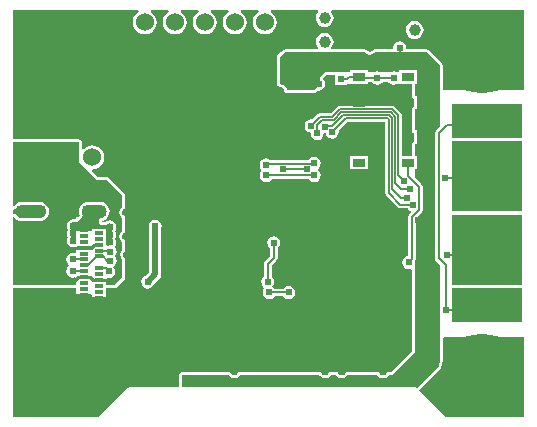
<source format=gtl>
G04 Layer_Physical_Order=1*
G04 Layer_Color=255*
%FSLAX25Y25*%
%MOIN*%
G70*
G01*
G75*
%ADD10R,0.04134X0.02559*%
%ADD11R,0.23622X0.11811*%
%ADD12R,0.23622X0.23622*%
%ADD13R,0.02756X0.03937*%
%ADD14R,0.02756X0.01181*%
%ADD15R,0.02165X0.01968*%
%ADD16C,0.00500*%
%ADD17C,0.01000*%
%ADD18C,0.02000*%
%ADD19C,0.03900*%
%ADD20C,0.27559*%
%ADD21C,0.06000*%
%ADD22R,0.06000X0.06000*%
%ADD23O,0.10236X0.04331*%
%ADD24O,0.08268X0.04331*%
%ADD25C,0.05000*%
%ADD26C,0.02400*%
G36*
X123000Y186000D02*
X129000Y180000D01*
X132500D01*
X137500Y175000D01*
Y171044D01*
X137115Y170787D01*
X136628Y170059D01*
X136458Y169201D01*
X136628Y168342D01*
X137115Y167615D01*
X137500Y167357D01*
Y163044D01*
X137115Y162787D01*
X136628Y162059D01*
X136458Y161201D01*
X136628Y160342D01*
X137115Y159615D01*
X137500Y159357D01*
Y156644D01*
X137414Y156586D01*
X136928Y155858D01*
X136757Y155000D01*
X136928Y154142D01*
X137414Y153414D01*
X137500Y153356D01*
Y147500D01*
X135000Y145000D01*
X132121D01*
Y146216D01*
X127365D01*
X127315Y146262D01*
Y146927D01*
X127365Y146972D01*
X127502Y146972D01*
X132121D01*
Y146972D01*
X132621Y147332D01*
X133000Y147257D01*
X133858Y147428D01*
X134586Y147914D01*
X135072Y148642D01*
X135243Y149500D01*
X135072Y150358D01*
X134589Y151082D01*
X135086Y151414D01*
X135572Y152142D01*
X135743Y153000D01*
X135572Y153858D01*
X135144Y154500D01*
X135572Y155142D01*
X135743Y156000D01*
X135572Y156858D01*
X135086Y157586D01*
X134948Y157679D01*
X135383Y158331D01*
X135554Y159189D01*
X135383Y160047D01*
X135122Y160439D01*
X135383Y160831D01*
X135554Y161689D01*
X135383Y162547D01*
X135081Y163000D01*
X135383Y163453D01*
X135554Y164311D01*
X135383Y165169D01*
X134897Y165897D01*
X134169Y166383D01*
X133311Y166554D01*
X132453Y166383D01*
X131731Y165902D01*
X130786D01*
X130753Y166402D01*
X130923Y166424D01*
X131693Y166743D01*
X132354Y167250D01*
X132862Y167912D01*
X133181Y168682D01*
X133290Y169508D01*
X133181Y170334D01*
X132862Y171104D01*
X132354Y171765D01*
X131693Y172273D01*
X130923Y172592D01*
X130097Y172701D01*
X126160D01*
X125333Y172592D01*
X124564Y172273D01*
X123902Y171765D01*
X123395Y171104D01*
X123076Y170334D01*
X122967Y169508D01*
X123076Y168682D01*
X123286Y168173D01*
X122980Y167673D01*
X122247D01*
Y167210D01*
X121747Y166840D01*
X121205Y166948D01*
X120346Y166777D01*
X119619Y166291D01*
X119132Y165563D01*
X118962Y164705D01*
X119132Y163846D01*
X119394Y163455D01*
X119132Y163063D01*
X118962Y162205D01*
X119132Y161346D01*
X119394Y160955D01*
X119132Y160563D01*
X118962Y159705D01*
X119132Y158846D01*
X119619Y158119D01*
X120346Y157632D01*
X121205Y157462D01*
X122063Y157632D01*
X122313Y157799D01*
X126959D01*
X127002Y157799D01*
X127052Y157754D01*
Y157523D01*
X126571Y157043D01*
X122247D01*
Y155863D01*
X121747Y155582D01*
X121016Y155727D01*
X120157Y155557D01*
X119430Y155070D01*
X118943Y154343D01*
X118773Y153484D01*
X118943Y152626D01*
X119430Y151898D01*
X119643Y151755D01*
Y151255D01*
X119461Y151133D01*
X118975Y150406D01*
X118804Y149547D01*
X118975Y148689D01*
X119461Y147961D01*
X120189Y147475D01*
X121047Y147304D01*
X121856Y147465D01*
X122084Y147279D01*
X122247Y147101D01*
Y145000D01*
X101020Y145000D01*
Y167466D01*
X101520Y167636D01*
X101816Y167250D01*
X102477Y166743D01*
X103247Y166424D01*
X104073Y166315D01*
X109979D01*
X110805Y166424D01*
X111575Y166743D01*
X112236Y167250D01*
X112744Y167912D01*
X113063Y168682D01*
X113171Y169508D01*
X113063Y170334D01*
X112744Y171104D01*
X112236Y171765D01*
X111575Y172273D01*
X110805Y172592D01*
X109979Y172701D01*
X104073D01*
X103247Y172592D01*
X102477Y172273D01*
X101816Y171765D01*
X101520Y171379D01*
X101020Y171549D01*
Y192500D01*
X123000D01*
Y186000D01*
D02*
G37*
G36*
X130657Y171598D02*
X131179Y171382D01*
X131627Y171038D01*
X131971Y170590D01*
X132187Y170068D01*
X132261Y169508D01*
X132187Y168948D01*
X131971Y168426D01*
X131627Y167977D01*
X131179Y167634D01*
X130657Y167417D01*
X130620Y167412D01*
X130462Y167359D01*
X130302Y167316D01*
X130275Y167295D01*
X130243Y167285D01*
X130118Y167175D01*
X129986Y167074D01*
X129969Y167045D01*
X129944Y167022D01*
X129870Y166873D01*
X129787Y166729D01*
X129783Y166696D01*
X129768Y166665D01*
X129757Y166500D01*
X129735Y166335D01*
X129768Y165835D01*
X129811Y165674D01*
X129844Y165511D01*
X129862Y165483D01*
X129871Y165451D01*
X129972Y165319D01*
X130065Y165181D01*
X130093Y165162D01*
X130113Y165135D01*
X130257Y165052D01*
X130395Y164960D01*
X130429Y164953D01*
X130458Y164936D01*
X130623Y164914D01*
X130786Y164882D01*
X131731D01*
X131830Y164902D01*
X131930D01*
X132023Y164940D01*
X132122Y164960D01*
X132205Y165015D01*
X132298Y165054D01*
X132850Y165423D01*
X133311Y165515D01*
X133772Y165423D01*
X134162Y165162D01*
X134423Y164772D01*
X134515Y164311D01*
X134423Y163850D01*
X134233Y163567D01*
X134233Y163567D01*
X134081Y163199D01*
Y162801D01*
X134233Y162434D01*
X134233Y162434D01*
X134423Y162150D01*
X134515Y161689D01*
X134423Y161228D01*
X134274Y161005D01*
X134122Y160638D01*
Y160240D01*
X134274Y159872D01*
X134423Y159650D01*
X134515Y159189D01*
X134423Y158728D01*
X134100Y158245D01*
X134100Y158245D01*
X134054Y158133D01*
X133500Y158243D01*
X132642Y158072D01*
X132621Y158058D01*
X132121Y158326D01*
Y160752D01*
Y163933D01*
X127365D01*
Y163282D01*
X127002Y162949D01*
X122247D01*
Y158951D01*
X120289D01*
X120093Y159244D01*
X120001Y159705D01*
X120093Y160165D01*
X120242Y160388D01*
X120394Y160756D01*
Y161154D01*
X120242Y161521D01*
X120093Y161744D01*
X120001Y162205D01*
X120093Y162665D01*
X120242Y162888D01*
X120394Y163256D01*
Y163654D01*
X120242Y164021D01*
X120093Y164244D01*
X120001Y164705D01*
X120093Y165165D01*
X120354Y165556D01*
X120744Y165817D01*
X121205Y165908D01*
X121547Y165840D01*
X121572D01*
X121596Y165832D01*
X121771Y165840D01*
X121945D01*
X121968Y165850D01*
X121993Y165851D01*
X122151Y165925D01*
X122313Y165992D01*
X122330Y166010D01*
X122353Y166021D01*
X122853Y166391D01*
X122904Y166447D01*
X122967Y166489D01*
X123037Y166593D01*
X123114Y166678D01*
X123218Y166682D01*
X123291Y166716D01*
X123370Y166731D01*
X123470Y166798D01*
X123579Y166848D01*
X123634Y166907D01*
X123701Y166952D01*
X123768Y167052D01*
X123849Y167140D01*
X124156Y167640D01*
X124184Y167716D01*
X124229Y167783D01*
X124252Y167901D01*
X124293Y168014D01*
X124290Y168094D01*
X124306Y168173D01*
X124283Y168291D01*
X124278Y168411D01*
X124244Y168484D01*
X124229Y168563D01*
X124069Y168948D01*
X123996Y169508D01*
X124069Y170068D01*
X124285Y170590D01*
X124629Y171038D01*
X125078Y171382D01*
X125600Y171598D01*
X126227Y171681D01*
X130030D01*
X130657Y171598D01*
D02*
G37*
G36*
X271480Y101020D02*
X245422D01*
X236442Y110000D01*
X243748Y117306D01*
X243793Y117373D01*
X243852Y117428D01*
X243902Y117537D01*
X243969Y117637D01*
X243985Y117716D01*
X244019Y117789D01*
X244373Y119265D01*
X244442Y119432D01*
X244520Y119822D01*
Y127453D01*
X245000Y127500D01*
Y127500D01*
X271480D01*
Y101020D01*
D02*
G37*
G36*
X218356Y222500D02*
X218414Y222414D01*
X219142Y221928D01*
X220000Y221757D01*
X220858Y221928D01*
X221586Y222414D01*
X221644Y222500D01*
X239000D01*
X243343Y218157D01*
X243400Y217919D01*
X243500Y217678D01*
Y197802D01*
X242149Y196451D01*
X241873Y196038D01*
X241775Y195550D01*
Y153950D01*
X241873Y153462D01*
X242149Y153049D01*
X243500Y151698D01*
Y137467D01*
X243428Y137358D01*
X243257Y136500D01*
X243428Y135642D01*
X243500Y135533D01*
Y119822D01*
X243400Y119581D01*
X243027Y118027D01*
X235721Y110721D01*
X235390Y110942D01*
X235000Y111020D01*
X157500D01*
Y115000D01*
X172957D01*
X173217Y114611D01*
X173945Y114125D01*
X174803Y113954D01*
X175662Y114125D01*
X176389Y114611D01*
X176649Y115000D01*
X203219D01*
X203532Y114532D01*
X204260Y114046D01*
X205118Y113875D01*
X205977Y114046D01*
X206704Y114532D01*
X207017Y115000D01*
X208739D01*
X209044Y114544D01*
X209771Y114058D01*
X210630Y113887D01*
X211488Y114058D01*
X212216Y114544D01*
X212521Y115000D01*
X222492D01*
X222823Y114504D01*
X223551Y114018D01*
X224409Y113847D01*
X225268Y114018D01*
X225996Y114504D01*
X226327Y115000D01*
X227500D01*
X235000Y122500D01*
Y151533D01*
X235072Y151642D01*
X235243Y152500D01*
X235150Y152970D01*
X235177Y153012D01*
X235275Y153500D01*
Y166972D01*
X237238Y168935D01*
X237514Y169349D01*
X237611Y169837D01*
Y177663D01*
X237514Y178151D01*
X237238Y178565D01*
X235000Y180802D01*
Y183488D01*
X235736D01*
Y188047D01*
X235000D01*
Y191953D01*
X235736D01*
Y196512D01*
X235000D01*
Y203488D01*
X235736D01*
Y208047D01*
X235000D01*
Y211953D01*
X235736D01*
Y216512D01*
X229602D01*
Y216000D01*
X228967D01*
X228858Y216072D01*
X228000Y216243D01*
X227142Y216072D01*
X227033Y216000D01*
X223467Y216000D01*
X223358Y216072D01*
X222500Y216243D01*
X221642Y216072D01*
X221533Y216000D01*
X219398D01*
Y216512D01*
X213264D01*
Y216000D01*
X205000Y216000D01*
X203000Y214000D01*
X203000Y211500D01*
X201500Y210000D01*
X192391D01*
X192278Y210564D01*
X191792Y211292D01*
X191064Y211778D01*
X190206Y211949D01*
X190000Y212118D01*
Y221000D01*
X192000Y222500D01*
X218356Y222500D01*
D02*
G37*
G36*
X110539Y171598D02*
X111061Y171382D01*
X111509Y171038D01*
X111853Y170590D01*
X112069Y170068D01*
X112143Y169508D01*
X112069Y168948D01*
X111853Y168426D01*
X111509Y167977D01*
X111061Y167634D01*
X110539Y167417D01*
X109912Y167335D01*
X104140D01*
X103513Y167417D01*
X102991Y167634D01*
X102543Y167977D01*
X102328Y168257D01*
X102303Y168279D01*
X102286Y168308D01*
X102154Y168410D01*
X102029Y168519D01*
X101997Y168530D01*
X101971Y168551D01*
X101810Y168594D01*
X101653Y168647D01*
X101619Y168645D01*
X101586Y168654D01*
X101520Y168645D01*
X101264Y168783D01*
X101067Y168974D01*
X101020Y169062D01*
Y169954D01*
X101067Y170041D01*
X101264Y170232D01*
X101520Y170371D01*
X101586Y170362D01*
X101619Y170371D01*
X101653Y170369D01*
X101810Y170422D01*
X101971Y170465D01*
X101997Y170486D01*
X102029Y170496D01*
X102154Y170606D01*
X102286Y170707D01*
X102303Y170737D01*
X102328Y170759D01*
X102543Y171038D01*
X102991Y171382D01*
X103513Y171598D01*
X104140Y171681D01*
X109912D01*
X110539Y171598D01*
D02*
G37*
G36*
X271480Y210000D02*
X245000D01*
Y210000D01*
X244520Y210047D01*
Y217678D01*
X244442Y218068D01*
X244373Y218235D01*
X244335Y218395D01*
X244301Y218468D01*
X244285Y218547D01*
X244218Y218647D01*
X244168Y218756D01*
X244109Y218811D01*
X244064Y218878D01*
X239721Y223221D01*
X239390Y223442D01*
X239000Y223520D01*
X232542D01*
X232224Y223906D01*
X232243Y224000D01*
X232072Y224858D01*
X231586Y225586D01*
X230858Y226072D01*
X230000Y226243D01*
X229142Y226072D01*
X228414Y225586D01*
X227928Y224858D01*
X227757Y224000D01*
X227776Y223906D01*
X227458Y223520D01*
X221644D01*
X221545Y223500D01*
X221445D01*
X221352Y223462D01*
X221253Y223442D01*
X221170Y223386D01*
X221077Y223348D01*
X221006Y223277D01*
X220923Y223221D01*
X220894Y223177D01*
X220461Y222888D01*
X220000Y222797D01*
X219539Y222888D01*
X219106Y223177D01*
X219077Y223221D01*
X218994Y223277D01*
X218923Y223348D01*
X218830Y223386D01*
X218746Y223442D01*
X218648Y223462D01*
X218555Y223500D01*
X218455D01*
X218356Y223520D01*
X207376D01*
X207199Y224020D01*
X207577Y224512D01*
X207874Y225230D01*
X207976Y226000D01*
X207874Y226770D01*
X207577Y227488D01*
X207104Y228104D01*
X206488Y228577D01*
X205770Y228874D01*
X205000Y228976D01*
X204230Y228874D01*
X203512Y228577D01*
X202896Y228104D01*
X202423Y227488D01*
X202126Y226770D01*
X202025Y226000D01*
X202126Y225230D01*
X202423Y224512D01*
X202801Y224020D01*
X202624Y223520D01*
X192000D01*
X191875Y223495D01*
X191747Y223488D01*
X191681Y223456D01*
X191610Y223442D01*
X191504Y223371D01*
X191388Y223316D01*
X189388Y221816D01*
X189340Y221761D01*
X189279Y221721D01*
X189208Y221615D01*
X189123Y221519D01*
X189099Y221451D01*
X189058Y221390D01*
X189033Y221265D01*
X188991Y221144D01*
X188995Y221072D01*
X188980Y221000D01*
Y212118D01*
X188990Y212068D01*
X188985Y212018D01*
X189029Y211875D01*
X189058Y211728D01*
X189086Y211686D01*
X189101Y211637D01*
X189196Y211522D01*
X189279Y211397D01*
X189321Y211369D01*
X189353Y211330D01*
X189559Y211161D01*
X189604Y211137D01*
X189639Y211101D01*
X189778Y211044D01*
X189910Y210973D01*
X189960Y210968D01*
X190007Y210949D01*
X190666Y210818D01*
X191057Y210557D01*
X191318Y210167D01*
X191391Y209801D01*
X191429Y209708D01*
X191448Y209610D01*
X191504Y209526D01*
X191543Y209434D01*
X191614Y209363D01*
X191670Y209279D01*
X191753Y209223D01*
X191824Y209152D01*
X191917Y209114D01*
X192000Y209058D01*
X192099Y209038D01*
X192192Y209000D01*
X192292D01*
X192391Y208980D01*
X201500D01*
X201890Y209058D01*
X202221Y209279D01*
X202749Y209807D01*
X203000Y209757D01*
X203858Y209928D01*
X204586Y210414D01*
X205072Y211142D01*
X205243Y212000D01*
X205072Y212858D01*
X204586Y213586D01*
X204612Y214170D01*
X205422Y214980D01*
X208417D01*
Y211646D01*
X212583D01*
Y211929D01*
X212764Y212027D01*
X213264Y211953D01*
Y211953D01*
X219398D01*
Y212725D01*
X220706D01*
X220914Y212414D01*
X221642Y211928D01*
X222500Y211757D01*
X223358Y211928D01*
X224086Y212414D01*
X224294Y212725D01*
X226206D01*
X226414Y212414D01*
X227142Y211928D01*
X228000Y211757D01*
X228858Y211928D01*
X229102Y212091D01*
X229602Y211953D01*
Y211953D01*
X229602Y211953D01*
X233980D01*
Y208047D01*
X234058Y207657D01*
X234279Y207326D01*
X234610Y207105D01*
X234717Y207084D01*
Y204451D01*
X234610Y204430D01*
X234279Y204209D01*
X234058Y203878D01*
X233980Y203488D01*
Y196512D01*
X234058Y196122D01*
X234279Y195791D01*
X234610Y195570D01*
X234717Y195549D01*
Y192916D01*
X234610Y192895D01*
X234279Y192674D01*
X234058Y192343D01*
X233980Y191953D01*
Y188047D01*
X230774D01*
Y201500D01*
X230678Y201988D01*
X230401Y202401D01*
X228401Y204401D01*
X227988Y204678D01*
X227500Y204774D01*
X210000D01*
X209512Y204678D01*
X209099Y204401D01*
X206972Y202274D01*
X203500D01*
X203012Y202178D01*
X202599Y201901D01*
X200868Y200170D01*
X200500Y200243D01*
X199642Y200072D01*
X198914Y199586D01*
X198428Y198858D01*
X198257Y198000D01*
X198428Y197142D01*
X198914Y196414D01*
X199642Y195928D01*
X200315Y195794D01*
X200257Y195500D01*
X200428Y194642D01*
X200914Y193914D01*
X201642Y193428D01*
X202500Y193257D01*
X203358Y193428D01*
X204086Y193914D01*
X204572Y194642D01*
X204743Y195500D01*
X205177Y195551D01*
X205192Y195550D01*
X205192Y195550D01*
X205341Y195579D01*
X205428Y195142D01*
X205914Y194414D01*
X206642Y193928D01*
X207500Y193757D01*
X208358Y193928D01*
X209086Y194414D01*
X209572Y195142D01*
X209743Y196000D01*
X209670Y196368D01*
X212528Y199225D01*
X225225D01*
Y175500D01*
X225323Y175012D01*
X225599Y174599D01*
X229313Y170884D01*
X229727Y170608D01*
X230215Y170511D01*
X232592D01*
X232801Y170199D01*
X233528Y169713D01*
X233744Y169670D01*
X233889Y169192D01*
X233099Y168401D01*
X232822Y167988D01*
X232726Y167500D01*
Y154689D01*
X232142Y154572D01*
X231414Y154086D01*
X230928Y153358D01*
X230757Y152500D01*
X230928Y151642D01*
X231414Y150914D01*
X232142Y150428D01*
X233000Y150257D01*
X233480Y150353D01*
X233980Y149954D01*
Y122922D01*
X227078Y116020D01*
X226327D01*
X226228Y116000D01*
X226128D01*
X226035Y115962D01*
X225937Y115942D01*
X225853Y115886D01*
X225760Y115848D01*
X225689Y115777D01*
X225606Y115721D01*
X225550Y115638D01*
X225479Y115567D01*
X225260Y115240D01*
X224870Y114979D01*
X224409Y114887D01*
X223949Y114979D01*
X223558Y115240D01*
X223340Y115567D01*
X223269Y115637D01*
X223213Y115721D01*
X223130Y115777D01*
X223059Y115848D01*
X222966Y115886D01*
X222882Y115942D01*
X222784Y115962D01*
X222691Y116000D01*
X222591D01*
X222492Y116020D01*
X212521D01*
X212422Y116000D01*
X212322D01*
X212229Y115962D01*
X212131Y115942D01*
X212047Y115886D01*
X211954Y115848D01*
X211883Y115777D01*
X211800Y115721D01*
X211744Y115637D01*
X211673Y115567D01*
X211481Y115279D01*
X211090Y115018D01*
X210630Y114926D01*
X210169Y115018D01*
X209779Y115279D01*
X209587Y115567D01*
X209516Y115638D01*
X209460Y115721D01*
X209377Y115777D01*
X209305Y115848D01*
X209213Y115886D01*
X209129Y115942D01*
X209031Y115962D01*
X208938Y116000D01*
X208838D01*
X208739Y116020D01*
X207017D01*
X206918Y116000D01*
X206818D01*
X206725Y115962D01*
X206627Y115942D01*
X206543Y115886D01*
X206451Y115848D01*
X206380Y115777D01*
X206296Y115721D01*
X206240Y115638D01*
X206169Y115567D01*
X205969Y115267D01*
X205579Y115006D01*
X205118Y114915D01*
X204658Y115006D01*
X204267Y115267D01*
X204067Y115567D01*
X203996Y115638D01*
X203940Y115721D01*
X203857Y115777D01*
X203786Y115848D01*
X203693Y115886D01*
X203609Y115942D01*
X203511Y115962D01*
X203418Y116000D01*
X203318D01*
X203219Y116020D01*
X176649D01*
X176551Y116000D01*
X176451D01*
X176358Y115962D01*
X176259Y115942D01*
X176176Y115886D01*
X176083Y115848D01*
X176012Y115777D01*
X175928Y115721D01*
X175873Y115637D01*
X175802Y115567D01*
X175654Y115346D01*
X175264Y115085D01*
X174803Y114993D01*
X174343Y115085D01*
X173952Y115346D01*
X173805Y115567D01*
X173734Y115637D01*
X173678Y115721D01*
X173594Y115777D01*
X173523Y115848D01*
X173431Y115886D01*
X173347Y115942D01*
X173249Y115962D01*
X173156Y116000D01*
X173055D01*
X172957Y116020D01*
X157500D01*
X157110Y115942D01*
X156779Y115721D01*
X156558Y115390D01*
X156480Y115000D01*
Y111020D01*
X140000D01*
X139610Y110942D01*
X139279Y110721D01*
X129578Y101020D01*
X101020D01*
Y143980D01*
X122247Y143980D01*
Y142051D01*
X127002D01*
X127365Y141718D01*
Y141067D01*
X132121D01*
Y143980D01*
X135000D01*
X135390Y144058D01*
X135721Y144279D01*
X138221Y146779D01*
X138442Y147110D01*
X138520Y147500D01*
Y153356D01*
X138500Y153455D01*
Y153555D01*
X138462Y153648D01*
X138442Y153746D01*
X138386Y153830D01*
X138348Y153923D01*
X138277Y153994D01*
X138221Y154077D01*
X138177Y154106D01*
X137888Y154539D01*
X137796Y155000D01*
X137888Y155461D01*
X138177Y155894D01*
X138221Y155923D01*
X138277Y156006D01*
X138348Y156077D01*
X138386Y156170D01*
X138442Y156254D01*
X138462Y156352D01*
X138500Y156445D01*
Y156545D01*
X138520Y156644D01*
Y159357D01*
X138500Y159456D01*
Y159556D01*
X138462Y159649D01*
X138442Y159747D01*
X138386Y159831D01*
X138348Y159924D01*
X138277Y159995D01*
X138221Y160078D01*
X138137Y160134D01*
X138066Y160205D01*
X137850Y160350D01*
X137589Y160740D01*
X137497Y161201D01*
X137589Y161661D01*
X137850Y162052D01*
X138066Y162197D01*
X138137Y162268D01*
X138221Y162323D01*
X138277Y162407D01*
X138348Y162478D01*
X138386Y162571D01*
X138442Y162654D01*
X138462Y162753D01*
X138500Y162845D01*
Y162946D01*
X138520Y163044D01*
Y167357D01*
X138500Y167456D01*
Y167556D01*
X138462Y167649D01*
X138442Y167747D01*
X138386Y167831D01*
X138348Y167924D01*
X138277Y167995D01*
X138221Y168078D01*
X138137Y168134D01*
X138066Y168205D01*
X137850Y168350D01*
X137589Y168740D01*
X137497Y169201D01*
X137589Y169661D01*
X137850Y170052D01*
X138066Y170197D01*
X138137Y170268D01*
X138221Y170323D01*
X138277Y170407D01*
X138348Y170478D01*
X138386Y170571D01*
X138442Y170654D01*
X138462Y170753D01*
X138500Y170845D01*
Y170946D01*
X138520Y171044D01*
Y175000D01*
X138442Y175390D01*
X138221Y175721D01*
X133221Y180721D01*
X132890Y180942D01*
X132500Y181020D01*
X129422D01*
X127438Y183004D01*
X127662Y183487D01*
X128544Y183603D01*
X129517Y184006D01*
X130353Y184647D01*
X130994Y185483D01*
X131397Y186456D01*
X131535Y187500D01*
X131397Y188544D01*
X130994Y189517D01*
X130353Y190353D01*
X129517Y190994D01*
X128544Y191397D01*
X127500Y191534D01*
X126456Y191397D01*
X125483Y190994D01*
X124647Y190353D01*
X124493Y190152D01*
X124020Y190313D01*
Y192500D01*
X123942Y192890D01*
X123721Y193221D01*
X123390Y193442D01*
X123000Y193520D01*
X101020D01*
Y236480D01*
X142837D01*
X142970Y236030D01*
X142965Y235981D01*
X142147Y235353D01*
X141506Y234517D01*
X141103Y233544D01*
X140965Y232500D01*
X141103Y231456D01*
X141506Y230483D01*
X142147Y229647D01*
X142983Y229006D01*
X143956Y228603D01*
X145000Y228466D01*
X146044Y228603D01*
X147017Y229006D01*
X147853Y229647D01*
X148494Y230483D01*
X148897Y231456D01*
X149035Y232500D01*
X148897Y233544D01*
X148494Y234517D01*
X147853Y235353D01*
X147035Y235981D01*
X147030Y236030D01*
X147163Y236480D01*
X152837D01*
X152970Y236030D01*
X152965Y235981D01*
X152147Y235353D01*
X151506Y234517D01*
X151103Y233544D01*
X150965Y232500D01*
X151103Y231456D01*
X151506Y230483D01*
X152147Y229647D01*
X152983Y229006D01*
X153956Y228603D01*
X155000Y228466D01*
X156044Y228603D01*
X157017Y229006D01*
X157853Y229647D01*
X158494Y230483D01*
X158897Y231456D01*
X159035Y232500D01*
X158897Y233544D01*
X158494Y234517D01*
X157853Y235353D01*
X157035Y235981D01*
X157030Y236030D01*
X157163Y236480D01*
X162837D01*
X162970Y236030D01*
X162965Y235981D01*
X162147Y235353D01*
X161506Y234517D01*
X161103Y233544D01*
X160966Y232500D01*
X161103Y231456D01*
X161506Y230483D01*
X162147Y229647D01*
X162983Y229006D01*
X163956Y228603D01*
X165000Y228466D01*
X166044Y228603D01*
X167017Y229006D01*
X167853Y229647D01*
X168494Y230483D01*
X168897Y231456D01*
X169035Y232500D01*
X168897Y233544D01*
X168494Y234517D01*
X167853Y235353D01*
X167035Y235981D01*
X167030Y236030D01*
X167163Y236480D01*
X172837D01*
X172970Y236030D01*
X172965Y235981D01*
X172147Y235353D01*
X171506Y234517D01*
X171103Y233544D01*
X170966Y232500D01*
X171103Y231456D01*
X171506Y230483D01*
X172147Y229647D01*
X172983Y229006D01*
X173956Y228603D01*
X175000Y228466D01*
X176044Y228603D01*
X177017Y229006D01*
X177853Y229647D01*
X178494Y230483D01*
X178897Y231456D01*
X179034Y232500D01*
X178897Y233544D01*
X178494Y234517D01*
X177853Y235353D01*
X177035Y235981D01*
X177030Y236030D01*
X177163Y236480D01*
X182837D01*
X182970Y236030D01*
X182965Y235981D01*
X182147Y235353D01*
X181506Y234517D01*
X181103Y233544D01*
X180965Y232500D01*
X181103Y231456D01*
X181506Y230483D01*
X182147Y229647D01*
X182983Y229006D01*
X183956Y228603D01*
X185000Y228466D01*
X186044Y228603D01*
X187017Y229006D01*
X187853Y229647D01*
X188494Y230483D01*
X188897Y231456D01*
X189034Y232500D01*
X188897Y233544D01*
X188494Y234517D01*
X187853Y235353D01*
X187035Y235981D01*
X187030Y236030D01*
X187163Y236480D01*
X202624D01*
X202801Y235981D01*
X202423Y235488D01*
X202126Y234770D01*
X202025Y234000D01*
X202126Y233230D01*
X202423Y232512D01*
X202896Y231896D01*
X203512Y231423D01*
X204230Y231126D01*
X205000Y231025D01*
X205770Y231126D01*
X206488Y231423D01*
X207104Y231896D01*
X207577Y232512D01*
X207874Y233230D01*
X207976Y234000D01*
X207874Y234770D01*
X207577Y235488D01*
X207199Y235981D01*
X207376Y236480D01*
X271480D01*
Y210000D01*
D02*
G37*
%LPC*%
G36*
X188000Y161243D02*
X187142Y161072D01*
X186414Y160586D01*
X185928Y159858D01*
X185757Y159000D01*
X185928Y158142D01*
X186414Y157414D01*
X186725Y157206D01*
Y154528D01*
X185099Y152901D01*
X184822Y152488D01*
X184725Y152000D01*
Y147794D01*
X184414Y147586D01*
X183928Y146858D01*
X183757Y146000D01*
X183928Y145142D01*
X184414Y144414D01*
X184911Y144082D01*
X184428Y143358D01*
X184257Y142500D01*
X184428Y141642D01*
X184914Y140914D01*
X185642Y140428D01*
X186500Y140257D01*
X187358Y140428D01*
X188086Y140914D01*
X188294Y141226D01*
X191206D01*
X191414Y140914D01*
X192142Y140428D01*
X193000Y140257D01*
X193858Y140428D01*
X194586Y140914D01*
X195072Y141642D01*
X195243Y142500D01*
X195072Y143358D01*
X194586Y144086D01*
X193858Y144572D01*
X193000Y144743D01*
X192142Y144572D01*
X191414Y144086D01*
X191206Y143774D01*
X188294D01*
X188086Y144086D01*
X187589Y144418D01*
X188072Y145142D01*
X188243Y146000D01*
X188072Y146858D01*
X187586Y147586D01*
X187275Y147794D01*
Y151472D01*
X188901Y153099D01*
X189178Y153512D01*
X189275Y154000D01*
Y157206D01*
X189586Y157414D01*
X190072Y158142D01*
X190243Y159000D01*
X190072Y159858D01*
X189586Y160586D01*
X188858Y161072D01*
X188000Y161243D01*
D02*
G37*
G36*
X235000Y232976D02*
X234230Y232874D01*
X233512Y232577D01*
X232896Y232104D01*
X232423Y231488D01*
X232126Y230770D01*
X232025Y230000D01*
X232126Y229230D01*
X232423Y228512D01*
X232896Y227896D01*
X233512Y227423D01*
X234230Y227126D01*
X235000Y227025D01*
X235770Y227126D01*
X236488Y227423D01*
X237104Y227896D01*
X237577Y228512D01*
X237874Y229230D01*
X237976Y230000D01*
X237874Y230770D01*
X237577Y231488D01*
X237104Y232104D01*
X236488Y232577D01*
X235770Y232874D01*
X235000Y232976D01*
D02*
G37*
G36*
X219398Y188047D02*
X213264D01*
Y183488D01*
X219398D01*
Y188047D01*
D02*
G37*
G36*
X201500Y187743D02*
X200642Y187572D01*
X199914Y187086D01*
X199662Y186709D01*
X191887D01*
X191808Y186724D01*
X186879D01*
X186358Y187072D01*
X185500Y187243D01*
X184642Y187072D01*
X183914Y186586D01*
X183428Y185858D01*
X183257Y185000D01*
X183428Y184142D01*
X183914Y183414D01*
Y183086D01*
X183428Y182358D01*
X183257Y181500D01*
X183428Y180642D01*
X183914Y179914D01*
X184642Y179428D01*
X185500Y179257D01*
X186358Y179428D01*
X187086Y179914D01*
X187317Y180260D01*
X199709D01*
X199930Y179930D01*
X200657Y179443D01*
X201516Y179273D01*
X202374Y179443D01*
X203102Y179930D01*
X203588Y180657D01*
X203759Y181516D01*
X203588Y182374D01*
X203102Y183102D01*
X202860Y183263D01*
Y183763D01*
X203086Y183914D01*
X203572Y184642D01*
X203743Y185500D01*
X203572Y186358D01*
X203086Y187086D01*
X202358Y187572D01*
X201500Y187743D01*
D02*
G37*
G36*
X148500Y166743D02*
X147642Y166572D01*
X146914Y166086D01*
X146428Y165358D01*
X146257Y164500D01*
X146428Y163642D01*
X146461Y163592D01*
Y149345D01*
X145200Y148084D01*
X145142Y148072D01*
X144414Y147586D01*
X143928Y146858D01*
X143757Y146000D01*
X143928Y145142D01*
X144414Y144414D01*
X145142Y143928D01*
X146000Y143757D01*
X146858Y143928D01*
X147586Y144414D01*
X148072Y145142D01*
X148084Y145200D01*
X149942Y147058D01*
X150384Y147720D01*
X150539Y148500D01*
Y163592D01*
X150572Y163642D01*
X150743Y164500D01*
X150572Y165358D01*
X150086Y166086D01*
X149358Y166572D01*
X148500Y166743D01*
D02*
G37*
%LPD*%
D10*
X232669Y185768D02*
D03*
X216331D02*
D03*
X232669Y194232D02*
D03*
X216331D02*
D03*
Y214232D02*
D03*
X232669D02*
D03*
X216331Y205768D02*
D03*
X232669D02*
D03*
D11*
X259000Y199709D02*
D03*
Y138291D02*
D03*
D12*
Y156598D02*
D03*
Y181402D02*
D03*
D13*
X124624Y164705D02*
D03*
Y140295D02*
D03*
D14*
Y161358D02*
D03*
Y159390D02*
D03*
Y157421D02*
D03*
Y155453D02*
D03*
Y153484D02*
D03*
Y151516D02*
D03*
Y149547D02*
D03*
Y147579D02*
D03*
Y145610D02*
D03*
Y143642D02*
D03*
X129743Y140689D02*
D03*
Y142657D02*
D03*
Y144626D02*
D03*
Y146595D02*
D03*
Y148563D02*
D03*
Y150531D02*
D03*
Y154469D02*
D03*
Y156437D02*
D03*
Y158405D02*
D03*
Y160374D02*
D03*
Y162343D02*
D03*
Y164311D02*
D03*
D15*
X210500Y213630D02*
D03*
Y217370D02*
D03*
D16*
X203500Y201000D02*
X207500D01*
X200500Y198000D02*
X203500Y201000D01*
X210500Y213630D02*
X212500D01*
X213102Y214232D01*
X216331D01*
X207500Y201000D02*
X210000Y203500D01*
X210500Y202500D02*
X227086D01*
X202500Y198414D02*
X204086Y200000D01*
X208000D01*
X210500Y202500D01*
X211000Y201500D02*
X226500D01*
X207450Y197950D02*
X211000Y201500D01*
X205349Y197950D02*
X207450D01*
X205192Y197793D02*
X205349Y197950D01*
X212000Y200500D02*
X226086D01*
X207500Y196000D02*
X212000Y200500D01*
X202500Y195500D02*
Y198414D01*
X203000Y212000D02*
Y217500D01*
X201500Y219000D02*
X203000Y217500D01*
X201500Y219000D02*
X202500Y220000D01*
X222500Y214000D02*
X228000D01*
X216563D02*
X222500D01*
X226500Y175500D02*
Y200086D01*
X226086Y200500D02*
X226500Y200086D01*
X229500Y181500D02*
Y201500D01*
X227500Y203500D02*
X229500Y201500D01*
X210000Y203500D02*
X227500D01*
Y177000D02*
Y200500D01*
X226500Y201500D02*
X227500Y200500D01*
X228500Y179000D02*
Y201086D01*
X227086Y202500D02*
X228500Y201086D01*
X230000Y220000D02*
X236000D01*
X202500D02*
X230000D01*
Y224000D01*
X185500Y185000D02*
X185950Y185450D01*
X191808D01*
X191823Y185434D02*
X201434D01*
X191808Y185450D02*
X191823Y185434D01*
X191000Y183500D02*
X198969D01*
X198984Y183484D01*
X185534Y181534D02*
X200466D01*
X185500Y181500D02*
X185534Y181534D01*
X188000Y154000D02*
Y159000D01*
X201434Y185434D02*
X201500Y185500D01*
X201000Y181000D02*
X201516Y181516D01*
X132500Y153000D02*
X133500D01*
X128969Y154469D02*
X129743D01*
X131032D01*
X126016Y151516D02*
X128969Y154469D01*
X131032D02*
X132500Y153000D01*
X124624Y151516D02*
X126016D01*
X121016Y153484D02*
X124624D01*
X121047Y149547D02*
X124624D01*
X133063Y156437D02*
X133500Y156000D01*
X129743Y156437D02*
X133063D01*
X236000Y211500D02*
X238000Y213500D01*
Y218000D01*
X236000Y220000D02*
X238000Y218000D01*
X216331Y214232D02*
X216563Y214000D01*
X228500Y179000D02*
X230500Y177000D01*
X227500D02*
X230500Y174000D01*
X232500D01*
X229500Y181500D02*
X231500Y179500D01*
X230500Y177000D02*
X233500D01*
X258709Y136500D02*
X259000Y136791D01*
X245500Y136500D02*
X258709D01*
X245500D02*
Y151500D01*
X258402Y180500D02*
X259000Y179902D01*
X245000Y180500D02*
X258402D01*
X243050Y153950D02*
Y195550D01*
Y153950D02*
X245500Y151500D01*
X243050Y195550D02*
X245709Y198209D01*
X226500Y175500D02*
X230215Y171785D01*
X234387D01*
X232669Y181331D02*
Y185768D01*
Y181331D02*
X236337Y177663D01*
Y169837D02*
Y177663D01*
X234000Y167500D02*
X236337Y169837D01*
X234000Y153500D02*
Y167500D01*
X233000Y152500D02*
X234000Y153500D01*
X186500Y142500D02*
X193000D01*
X186000Y146000D02*
Y152000D01*
X188000Y154000D01*
X129743Y150531D02*
X131968D01*
X133000Y149500D01*
X200466Y181534D02*
X201000Y181000D01*
X245598Y155098D02*
X259000D01*
X245709Y198209D02*
X259000D01*
D17*
X121205Y159705D02*
Y162205D01*
Y164705D01*
X133311Y159189D02*
Y161689D01*
Y164311D01*
X124624Y164705D02*
X125018Y164311D01*
X129743D01*
X124624Y140295D02*
X125018Y140689D01*
X129743D01*
X133189D01*
X121205Y140295D02*
X124624D01*
X129743Y164311D02*
X133311D01*
X121205Y164705D02*
X124624D01*
X127933Y158405D02*
X129743D01*
X126949Y157421D02*
X127933Y158405D01*
X124624Y157421D02*
X126949D01*
X127647Y146595D02*
X129743D01*
X126663Y147579D02*
X127647Y146595D01*
X124624Y147579D02*
X126663D01*
X129743Y146595D02*
X134095D01*
X135000Y147500D01*
X122724Y147579D02*
X124624D01*
X121145Y146000D02*
X122724Y147579D01*
X117500Y146000D02*
X121145D01*
X119921Y157421D02*
X124624D01*
X119500Y157000D02*
X119921Y157421D01*
X118500Y157000D02*
X119500D01*
D18*
X148500Y148500D02*
Y164500D01*
X146000Y146000D02*
X148500Y148500D01*
D19*
X205000Y226000D02*
D03*
Y234000D02*
D03*
X235000Y230000D02*
D03*
D20*
X115000Y115000D02*
D03*
X257500Y222500D02*
D03*
Y115000D02*
D03*
X115000Y222500D02*
D03*
D21*
X127500Y197500D02*
D03*
Y187500D02*
D03*
X117500Y197500D02*
D03*
Y187500D02*
D03*
X107500Y197500D02*
D03*
X165000Y232500D02*
D03*
X145000D02*
D03*
X175000D02*
D03*
X155000D02*
D03*
X185000D02*
D03*
D22*
X107500Y187500D02*
D03*
X135000Y232500D02*
D03*
D23*
X107026Y135492D02*
D03*
Y169508D02*
D03*
D24*
X128128Y135492D02*
D03*
Y169508D02*
D03*
D25*
X107913Y107913D02*
D03*
X122087D02*
D03*
Y122087D02*
D03*
X107913D02*
D03*
X115000Y125236D02*
D03*
Y104764D02*
D03*
X125236Y115000D02*
D03*
X104764D02*
D03*
X250413Y215413D02*
D03*
X264587D02*
D03*
Y229587D02*
D03*
X250413D02*
D03*
X257500Y232736D02*
D03*
Y212264D02*
D03*
X267736Y222500D02*
D03*
X247264D02*
D03*
X250413Y107913D02*
D03*
X264587D02*
D03*
Y122087D02*
D03*
X250413D02*
D03*
X257500Y125236D02*
D03*
Y104764D02*
D03*
X267736Y115000D02*
D03*
X247264D02*
D03*
X107913Y215413D02*
D03*
X122087D02*
D03*
Y229587D02*
D03*
X107913D02*
D03*
X115000Y232736D02*
D03*
Y212264D02*
D03*
X125236Y222500D02*
D03*
X104764D02*
D03*
D26*
X203000Y212000D02*
D03*
X200500Y198000D02*
D03*
X202500Y195500D02*
D03*
X205192Y197793D02*
D03*
X207500Y196000D02*
D03*
X195000Y233500D02*
D03*
Y230500D02*
D03*
X198000D02*
D03*
Y233500D02*
D03*
X228000Y214000D02*
D03*
X222500D02*
D03*
X220000Y224000D02*
D03*
X230000D02*
D03*
X236350Y201850D02*
D03*
X225626Y160126D02*
D03*
X222500Y169500D02*
D03*
X213500Y196913D02*
D03*
X117500Y142500D02*
D03*
X115000D02*
D03*
X112500D02*
D03*
X110000D02*
D03*
X107500D02*
D03*
X105000D02*
D03*
X195000Y213500D02*
D03*
X198000Y217000D02*
D03*
X161000Y112500D02*
D03*
X169291Y112709D02*
D03*
X186500Y142500D02*
D03*
X245598Y155098D02*
D03*
X191000Y183500D02*
D03*
X185500Y185000D02*
D03*
Y181500D02*
D03*
X188000Y159000D02*
D03*
X160000Y179500D02*
D03*
X225626Y207874D02*
D03*
X201516Y181516D02*
D03*
X201500Y185500D02*
D03*
X198984Y183484D02*
D03*
X133500Y153000D02*
D03*
X121016Y153484D02*
D03*
X171350Y145650D02*
D03*
X161500Y154000D02*
D03*
X157500D02*
D03*
X169004Y161496D02*
D03*
X121047Y149547D02*
D03*
X133500Y156000D02*
D03*
X175000Y157000D02*
D03*
X170728Y168228D02*
D03*
X121205Y159705D02*
D03*
Y162205D02*
D03*
X133311Y159189D02*
D03*
Y161689D02*
D03*
X133189Y140689D02*
D03*
X121205Y140295D02*
D03*
X139000Y155000D02*
D03*
X138701Y169201D02*
D03*
Y161201D02*
D03*
X133311Y164311D02*
D03*
X121205Y164705D02*
D03*
X147244Y118256D02*
D03*
X166535Y118035D02*
D03*
X172047Y118047D02*
D03*
X174803Y116197D02*
D03*
X177559Y118059D02*
D03*
X188583Y118083D02*
D03*
X202362Y118138D02*
D03*
X205118Y116118D02*
D03*
X207874Y118126D02*
D03*
X210630Y116130D02*
D03*
X213386Y118114D02*
D03*
X224409Y116091D02*
D03*
X227165Y118165D02*
D03*
X202500Y145000D02*
D03*
X207500D02*
D03*
X210626Y207374D02*
D03*
X236150Y166650D02*
D03*
X232500Y174000D02*
D03*
X231500Y179500D02*
D03*
X233500Y177000D02*
D03*
X234387Y171785D02*
D03*
X245500Y136500D02*
D03*
X245000Y180500D02*
D03*
X216000Y209000D02*
D03*
X230500Y149000D02*
D03*
X209500D02*
D03*
X215000Y154000D02*
D03*
X233000Y152500D02*
D03*
X193000Y142500D02*
D03*
X186000Y146000D02*
D03*
X239130Y148630D02*
D03*
X133000Y149500D02*
D03*
X192500Y217000D02*
D03*
X188000Y137500D02*
D03*
X178000Y134500D02*
D03*
X165500Y133500D02*
D03*
X146000Y133000D02*
D03*
X195000Y138500D02*
D03*
X152500Y189000D02*
D03*
X133000Y183500D02*
D03*
X144000Y179000D02*
D03*
X142000Y195000D02*
D03*
X141000Y189000D02*
D03*
X167500Y185000D02*
D03*
X190206Y209706D02*
D03*
X133000Y213500D02*
D03*
X141000Y224500D02*
D03*
X232500Y190500D02*
D03*
X148500Y164500D02*
D03*
X146000Y146000D02*
D03*
M02*

</source>
